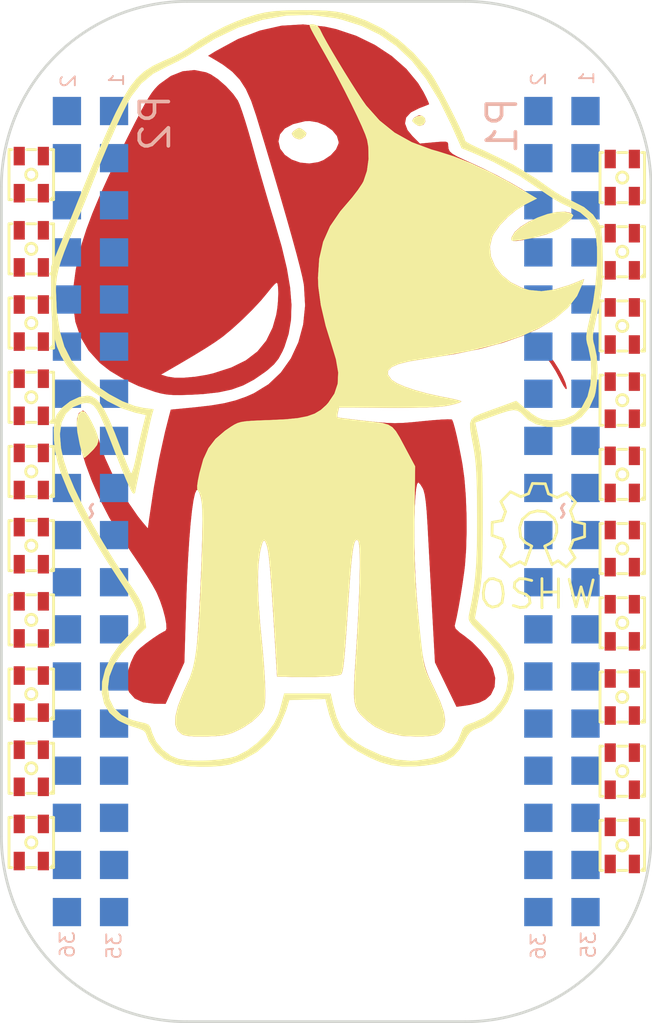
<source format=kicad_pcb>
(kicad_pcb (version 20170123) (host pcbnew "(2017-08-02 revision 9760937)-master")
  (title_block (title "PocketBeagle KiCAD") (date 2017-08-14) (comment 1 "Prototyped by: GHI Electronics, LLC") (comment 2 "Converted to KiCAD: QWERTY Embedded Design, LLC"))
  (layers (0 Top signal) (1 VDD signal) (2 DigitalGND signal) (31 Bottom signal) (34 B.Paste user) (35 F.Paste user) (36 B.SilkS user) (37 F.SilkS user) (38 B.Mask user) (39 F.Mask user) (44 Edge.Cuts user))
  (net 0 "")
  (net 1 GND)
  (net 2 USB_DC)
  (net 3 VDD_5V)
  (net 4 VDD_3V3B)
  (net 5 SYS_5V)
  (net 6 VIN.BAT)
  (net 7 "/(U1.P12)PWM1A")
  (net 8 "/(U1.T16)")
  (net 9 "/(U1.P5)GPIO-0.23")
  (net 10 "/(U1.R15)")
  (net 11 "/(U1.P15)UART4.RX")
  (net 12 "/(U1.T15)")
  (net 13 "/(U1.R16)UART4.TX")
  (net 14 "/(U1.N14)")
  (net 15 "/(U1.B11)I2C1.SCL")
  (net 16 "/(U1.R13)")
  (net 17 "/(U1.A11)I2C1.SDA")
  (net 18 "/(U1.T11)PWR.BTN")
  (net 19 /BAT.TEMP)
  (net 20 "/(U1.T7)")
  (net 21 "/(U1.P7)PRU-0.15")
  (net 22 "/(U1.T5)")
  (net 23 "/(U1.R7)")
  (net 24 "/(U1.T6)PRU-0.14")
  (net 25 "/(U1.P6)")
  (net 26 "/(U1.C13)SPI1.MOSI")
  (net 27 "/(U1.R11)RESET#")
  (net 28 "/(U1.C12)SPI1.MISO")
  (net 29 "/(U1.C3)PRU-0.6")
  (net 30 "/(U1.C5)SPI1.CLK")
  (net 31 "/(U1.B1)PRU-0.3")
  (net 32 "/(U1.A4)SPI1.CS")
  (net 33 "/(U1.B2)PRU-0.2")
  (net 34 "/(U1.R6)")
  (net 35 "/(U1.B3)PRU-0.5")
  (net 36 "/(U1.F3)AIN5~3.3V")
  (net 37 "/(U1.N13)AIN7~1.8V")
  (net 38 "/(U1.A1)PWM0A")
  (net 39 "/(U1.F1)")
  (net 40 "/(U1.R5)GPIO-0.26")
  (net 41 "/(U1.A2)PRU-0.1")
  (net 42 "/(U1.A12)UART0.RX")
  (net 43 "/(U1.A3)PRU-0.4")
  (net 44 "/(U1.B12)UART0.TX")
  (net 45 "/(U1.C4)PRU-0.7")
  (net 46 "/(U1.A10)I2C2.SCL")
  (net 47 "/(U1.C7)AIN4~1.8V")
  (net 48 "/(U1.B10)I2C2.SDA")
  (net 49 "/(U1.C6)AIN3~1.8V")
  (net 50 "/(U1.B6)AIN2~1.8V")
  (net 51 "/(U1.B8)AIN1~1.8V")
  (net 52 "/(U1.B4)PRU-0.16")
  (net 53 "/(U1.A8)AIN0~1.8V")
  (net 54 "/(U1.B7)VREF+")
  (net 55 "/(U1.B9)VREF-")
  (net 56 "/(U1.L14)USB1.ID")
  (net 57 "/(U1.B14)SPI0.MOSI")
  (net 58 "/(U1.L15)USB1.D+")
  (net 59 "/(U1.B13)SPI0.MISO")
  (net 60 "/(U1.L16)USB1.D-")
  (net 61 "/(U1.A13)SPI0.CLK")
  (net 62 "/(U1.A14)SPI0.CS")
  (net 63 "/(U1.M15)USB1.VBUS")
  (net 64 "/(U1.E1)")
  (net 65 "/(U1.M14)USB1.DRVVBUS")
  (net 66 "/(U1.F2)AIN6~3.3V")
  (module PocketBeagle.pretty:SK6805-2427 (layer Top) (at 171.821572 101.961918 270)
    (fp_text reference REF** hide)
    (fp_text value SK6805-2427 hide)
    (pad 3 smd rect (at -1 -0.65 270) (size 1 0.6) (layers Top F.Paste F.Mask))
    (pad 4 smd rect (at -1 0.65 270) (size 1 0.6) (layers Top F.Paste F.Mask))
    (pad 2 smd rect (at 1 -0.65 270) (size 1 0.6) (layers Top F.Paste F.Mask))
    (pad 1 smd rect (at 1 0.65 270) (size 1 0.6) (layers Top F.Paste F.Mask))
  )
  (module PocketBeagle.pretty:SK6805-2427 (layer Top) (at 171.821572 109.961918 270)
    (fp_text reference REF** hide)
    (fp_text value SK6805-2427 hide)
    (pad 3 smd rect (at -1 -0.65 270) (size 1 0.6) (layers Top F.Paste F.Mask))
    (pad 4 smd rect (at -1 0.65 270) (size 1 0.6) (layers Top F.Paste F.Mask))
    (pad 2 smd rect (at 1 -0.65 270) (size 1 0.6) (layers Top F.Paste F.Mask))
    (pad 1 smd rect (at 1 0.65 270) (size 1 0.6) (layers Top F.Paste F.Mask))
  )
  (module PocketBeagle.pretty:SK6805-2427 (layer Top) (at 171.821572 129.961918 270)
    (fp_text reference REF** hide)
    (fp_text value SK6805-2427 hide)
    (pad 1 smd rect (at 1 0.65 270) (size 1 0.6) (layers Top F.Paste F.Mask))
    (pad 2 smd rect (at 1 -0.65 270) (size 1 0.6) (layers Top F.Paste F.Mask))
    (pad 4 smd rect (at -1 0.65 270) (size 1 0.6) (layers Top F.Paste F.Mask))
    (pad 3 smd rect (at -1 -0.65 270) (size 1 0.6) (layers Top F.Paste F.Mask))
  )
  (module PocketBeagle.pretty:SK6805-2427 (layer Top) (at 171.821572 121.961918 270)
    (fp_text reference REF** hide)
    (fp_text value SK6805-2427 hide)
    (pad 1 smd rect (at 1 0.65 270) (size 1 0.6) (layers Top F.Paste F.Mask))
    (pad 2 smd rect (at 1 -0.65 270) (size 1 0.6) (layers Top F.Paste F.Mask))
    (pad 4 smd rect (at -1 0.65 270) (size 1 0.6) (layers Top F.Paste F.Mask))
    (pad 3 smd rect (at -1 -0.65 270) (size 1 0.6) (layers Top F.Paste F.Mask))
  )
  (module PocketBeagle.pretty:SK6805-2427 (layer Top) (at 171.821572 105.961918 270)
    (fp_text reference REF** hide)
    (fp_text value SK6805-2427 hide)
    (pad 1 smd rect (at 1 0.65 270) (size 1 0.6) (layers Top F.Paste F.Mask))
    (pad 2 smd rect (at 1 -0.65 270) (size 1 0.6) (layers Top F.Paste F.Mask))
    (pad 4 smd rect (at -1 0.65 270) (size 1 0.6) (layers Top F.Paste F.Mask))
    (pad 3 smd rect (at -1 -0.65 270) (size 1 0.6) (layers Top F.Paste F.Mask))
  )
  (module PocketBeagle.pretty:SK6805-2427 (layer Top) (at 171.821572 125.961918 270)
    (fp_text reference REF** hide)
    (fp_text value SK6805-2427 hide)
    (pad 3 smd rect (at -1 -0.65 270) (size 1 0.6) (layers Top F.Paste F.Mask))
    (pad 4 smd rect (at -1 0.65 270) (size 1 0.6) (layers Top F.Paste F.Mask))
    (pad 2 smd rect (at 1 -0.65 270) (size 1 0.6) (layers Top F.Paste F.Mask))
    (pad 1 smd rect (at 1 0.65 270) (size 1 0.6) (layers Top F.Paste F.Mask))
  )
  (module PocketBeagle.pretty:SK6805-2427 (layer Top) (at 171.821572 137.961918 270)
    (fp_text reference REF** hide)
    (fp_text value SK6805-2427 hide)
    (pad 1 smd rect (at 1 0.65 270) (size 1 0.6) (layers Top F.Paste F.Mask))
    (pad 2 smd rect (at 1 -0.65 270) (size 1 0.6) (layers Top F.Paste F.Mask))
    (pad 4 smd rect (at -1 0.65 270) (size 1 0.6) (layers Top F.Paste F.Mask))
    (pad 3 smd rect (at -1 -0.65 270) (size 1 0.6) (layers Top F.Paste F.Mask))
  )
  (module PocketBeagle.pretty:SK6805-2427 (layer Top) (at 171.821572 133.961918 270)
    (fp_text reference REF** hide)
    (fp_text value SK6805-2427 hide)
    (pad 3 smd rect (at -1 -0.65 270) (size 1 0.6) (layers Top F.Paste F.Mask))
    (pad 4 smd rect (at -1 0.65 270) (size 1 0.6) (layers Top F.Paste F.Mask))
    (pad 2 smd rect (at 1 -0.65 270) (size 1 0.6) (layers Top F.Paste F.Mask))
    (pad 1 smd rect (at 1 0.65 270) (size 1 0.6) (layers Top F.Paste F.Mask))
  )
  (module PocketBeagle.pretty:SK6805-2427 (layer Top) (at 171.821572 117.961918 270)
    (fp_text reference REF** hide)
    (fp_text value SK6805-2427 hide)
    (pad 3 smd rect (at -1 -0.65 270) (size 1 0.6) (layers Top F.Paste F.Mask))
    (pad 4 smd rect (at -1 0.65 270) (size 1 0.6) (layers Top F.Paste F.Mask))
    (pad 2 smd rect (at 1 -0.65 270) (size 1 0.6) (layers Top F.Paste F.Mask))
    (pad 1 smd rect (at 1 0.65 270) (size 1 0.6) (layers Top F.Paste F.Mask))
  )
  (module PocketBeagle.pretty:SK6805-2427 (layer Top) (at 171.821572 113.961918 270)
    (fp_text reference REF** hide)
    (fp_text value SK6805-2427 hide)
    (pad 1 smd rect (at 1 0.65 270) (size 1 0.6) (layers Top F.Paste F.Mask))
    (pad 2 smd rect (at 1 -0.65 270) (size 1 0.6) (layers Top F.Paste F.Mask))
    (pad 4 smd rect (at -1 0.65 270) (size 1 0.6) (layers Top F.Paste F.Mask))
    (pad 3 smd rect (at -1 -0.65 270) (size 1 0.6) (layers Top F.Paste F.Mask))
  )
  (module PocketBeagle.pretty:SK6805-2427 (layer Top) (at 139.980132 101.804438 270)
    (fp_text reference REF** hide)
    (fp_text value SK6805-2427 hide)
    (pad 1 smd rect (at 1 0.65 270) (size 1 0.6) (layers Top F.Paste F.Mask))
    (pad 2 smd rect (at 1 -0.65 270) (size 1 0.6) (layers Top F.Paste F.Mask))
    (pad 4 smd rect (at -1 0.65 270) (size 1 0.6) (layers Top F.Paste F.Mask))
    (pad 3 smd rect (at -1 -0.65 270) (size 1 0.6) (layers Top F.Paste F.Mask))
  )
  (module PocketBeagle.pretty:SK6805-2427 (layer Top) (at 139.980132 121.804438 270)
    (fp_text reference REF** hide)
    (fp_text value SK6805-2427 hide)
    (pad 3 smd rect (at -1 -0.65 270) (size 1 0.6) (layers Top F.Paste F.Mask))
    (pad 4 smd rect (at -1 0.65 270) (size 1 0.6) (layers Top F.Paste F.Mask))
    (pad 2 smd rect (at 1 -0.65 270) (size 1 0.6) (layers Top F.Paste F.Mask))
    (pad 1 smd rect (at 1 0.65 270) (size 1 0.6) (layers Top F.Paste F.Mask))
  )
  (module PocketBeagle.pretty:SK6805-2427 (layer Top) (at 139.980132 109.804438 270)
    (fp_text reference REF** hide)
    (fp_text value SK6805-2427 hide)
    (pad 1 smd rect (at 1 0.65 270) (size 1 0.6) (layers Top F.Paste F.Mask))
    (pad 2 smd rect (at 1 -0.65 270) (size 1 0.6) (layers Top F.Paste F.Mask))
    (pad 4 smd rect (at -1 0.65 270) (size 1 0.6) (layers Top F.Paste F.Mask))
    (pad 3 smd rect (at -1 -0.65 270) (size 1 0.6) (layers Top F.Paste F.Mask))
  )
  (module PocketBeagle.pretty:SK6805-2427 (layer Top) (at 139.980132 129.804438 270)
    (fp_text reference REF** hide)
    (fp_text value SK6805-2427 hide)
    (pad 3 smd rect (at -1 -0.65 270) (size 1 0.6) (layers Top F.Paste F.Mask))
    (pad 4 smd rect (at -1 0.65 270) (size 1 0.6) (layers Top F.Paste F.Mask))
    (pad 2 smd rect (at 1 -0.65 270) (size 1 0.6) (layers Top F.Paste F.Mask))
    (pad 1 smd rect (at 1 0.65 270) (size 1 0.6) (layers Top F.Paste F.Mask))
  )
  (module PocketBeagle.pretty:SK6805-2427 (layer Top) (at 139.980132 113.804438 270)
    (fp_text reference REF** hide)
    (fp_text value SK6805-2427 hide)
    (pad 3 smd rect (at -1 -0.65 270) (size 1 0.6) (layers Top F.Paste F.Mask))
    (pad 4 smd rect (at -1 0.65 270) (size 1 0.6) (layers Top F.Paste F.Mask))
    (pad 2 smd rect (at 1 -0.65 270) (size 1 0.6) (layers Top F.Paste F.Mask))
    (pad 1 smd rect (at 1 0.65 270) (size 1 0.6) (layers Top F.Paste F.Mask))
  )
  (module PocketBeagle.pretty:SK6805-2427 (layer Top) (at 139.980132 137.804438 270)
    (fp_text reference REF** hide)
    (fp_text value SK6805-2427 hide)
    (pad 3 smd rect (at -1 -0.65 270) (size 1 0.6) (layers Top F.Paste F.Mask))
    (pad 4 smd rect (at -1 0.65 270) (size 1 0.6) (layers Top F.Paste F.Mask))
    (pad 2 smd rect (at 1 -0.65 270) (size 1 0.6) (layers Top F.Paste F.Mask))
    (pad 1 smd rect (at 1 0.65 270) (size 1 0.6) (layers Top F.Paste F.Mask))
  )
  (module PocketBeagle.pretty:SK6805-2427 (layer Top) (at 139.980132 105.804438 270)
    (fp_text reference REF** hide)
    (fp_text value SK6805-2427 hide)
    (pad 3 smd rect (at -1 -0.65 270) (size 1 0.6) (layers Top F.Paste F.Mask))
    (pad 4 smd rect (at -1 0.65 270) (size 1 0.6) (layers Top F.Paste F.Mask))
    (pad 2 smd rect (at 1 -0.65 270) (size 1 0.6) (layers Top F.Paste F.Mask))
    (pad 1 smd rect (at 1 0.65 270) (size 1 0.6) (layers Top F.Paste F.Mask))
  )
  (module PocketBeagle.pretty:SK6805-2427 (layer Top) (at 139.980132 133.804438 270)
    (fp_text reference REF** hide)
    (fp_text value SK6805-2427 hide)
    (pad 1 smd rect (at 1 0.65 270) (size 1 0.6) (layers Top F.Paste F.Mask))
    (pad 2 smd rect (at 1 -0.65 270) (size 1 0.6) (layers Top F.Paste F.Mask))
    (pad 4 smd rect (at -1 0.65 270) (size 1 0.6) (layers Top F.Paste F.Mask))
    (pad 3 smd rect (at -1 -0.65 270) (size 1 0.6) (layers Top F.Paste F.Mask))
  )
  (module PocketBeagle.pretty:SK6805-2427 (layer Top) (at 139.980132 117.804438 270)
    (fp_text reference REF** hide)
    (fp_text value SK6805-2427 hide)
    (pad 1 smd rect (at 1 0.65 270) (size 1 0.6) (layers Top F.Paste F.Mask))
    (pad 2 smd rect (at 1 -0.65 270) (size 1 0.6) (layers Top F.Paste F.Mask))
    (pad 4 smd rect (at -1 0.65 270) (size 1 0.6) (layers Top F.Paste F.Mask))
    (pad 3 smd rect (at -1 -0.65 270) (size 1 0.6) (layers Top F.Paste F.Mask))
  )
  (module PocketBeagle.pretty:SK6805-2427 (layer Top) (at 139.980132 125.804438 270)
    (fp_text reference REF** hide)
    (fp_text value SK6805-2427 hide)
    (pad 1 smd rect (at 1 0.65 270) (size 1 0.6) (layers Top F.Paste F.Mask))
    (pad 2 smd rect (at 1 -0.65 270) (size 1 0.6) (layers Top F.Paste F.Mask))
    (pad 4 smd rect (at -1 0.65 270) (size 1 0.6) (layers Top F.Paste F.Mask))
    (pad 3 smd rect (at -1 -0.65 270) (size 1 0.6) (layers Top F.Paste F.Mask))
  )
  (module Symbols:Symbol_OSHW-Logo_SilkScreen (layer Top) (at 167.29202 120.9294)
    (fp_text reference LOGO2 hide)
    (fp_text value OPEN_HARDWARE_1 hide)
  )
  (module boris-board:boris (layer Top) (at 155.83408 113.31194)
    (fp_text reference LOGO1 hide)
    (fp_text value OPEN_HARDWARE_1 hide)
    (fp_poly (pts (xy -0.036085 -19.483214) (xy 0.572318 -19.348728) (xy 1.64917 -18.98988) (xy 2.656903 -18.499588) (xy 3.567076 -17.898317) (xy 4.351244 -17.206532) (xy 4.980965 -16.444695) (xy 5.269172 -15.969441) (xy 5.430085 -15.652194) (xy 5.538729 -15.414731) (xy 5.573787 -15.304001) (xy 5.572373 -15.301668) (xy 5.464942 -15.254664) (xy 5.229082 -15.162711) (xy 5.054429 -15.097159) (xy 4.599205 -14.866324) (xy 4.340085 -14.587151) (xy 4.278437 -14.265085) (xy 4.415629 -13.905569) (xy 4.675489 -13.588605) (xy 5.083779 -13.180315) (xy 5.843889 -13.249195) (xy 6.230195 -13.281357) (xy 6.456904 -13.284673) (xy 6.566669 -13.24996) (xy 6.602138 -13.168039) (xy 6.605555 -13.085237) (xy 6.621354 -12.906871) (xy 6.686891 -12.763549) (xy 6.833472 -12.630269) (xy 7.092401 -12.482028) (xy 7.494983 -12.293822) (xy 7.722049 -12.193506) (xy 8.472294 -11.84772) (xy 9.242283 -11.462916) (xy 9.973061 -11.07026) (xy 10.605673 -10.700923) (xy 10.894438 -10.516327) (xy 11.374876 -10.195296) (xy 10.753039 -9.898248) (xy 10.276909 -9.608398) (xy 9.798867 -9.211616) (xy 9.374765 -8.762772) (xy 9.060459 -8.316737) (xy 8.980247 -8.156664) (xy 8.853258 -7.625192) (xy 8.907776 -7.087459) (xy 9.124841 -6.570414) (xy 9.48549 -6.101004) (xy 9.970764 -5.706179) (xy 10.561701 -5.412885) (xy 10.998356 -5.288441) (xy 11.650266 -5.228734) (xy 12.354855 -5.317256) (xy 13.14573 -5.558896) (xy 13.315842 -5.625473) (xy 13.926307 -5.872051) (xy 13.858917 -5.653826) (xy 13.543464 -4.968402) (xy 13.039623 -4.326821) (xy 12.359822 -3.741917) (xy 11.516493 -3.226522) (xy 11.499169 -3.21759) (xy 10.583055 -2.804588) (xy 9.52911 -2.439051) (xy 8.321871 -2.116896) (xy 6.945878 -1.834036) (xy 5.385667 -1.586386) (xy 5.2595 -1.56894) (xy 4.493826 -1.442204) (xy 3.92611 -1.29713) (xy 3.55168 -1.130548) (xy 3.36586 -0.939291) (xy 3.363976 -0.720188) (xy 3.541355 -0.470073) (xy 3.5814 -0.431304) (xy 3.848023 -0.25905) (xy 4.278356 -0.07257) (xy 4.834669 0.115664) (xy 5.479231 0.293179) (xy 6.174315 0.447504) (xy 6.328129 0.476711) (xy 6.745285 0.55942) (xy 7.075201 0.636202) (xy 7.275156 0.696454) (xy 7.3152 0.721657) (xy 7.224373 0.77437) (xy 6.987116 0.849876) (xy 6.6802 0.925917) (xy 6.383338 0.975016) (xy 5.979551 1.011729) (xy 5.447631 1.036881) (xy 4.766367 1.0513) (xy 3.914553 1.055814) (xy 3.385933 1.054471) (xy 0.726667 1.042142) (xy 0.663188 1.295059) (xy 0.625906 1.494197) (xy 0.630055 1.575698) (xy 0.736228 1.596008) (xy 1.00868 1.63359) (xy 1.411662 1.683896) (xy 1.909428 1.742378) (xy 2.1844 1.773456) (xy 2.810379 1.839816) (xy 3.303227 1.879438) (xy 3.731214 1.892554) (xy 4.162612 1.879398) (xy 4.66569 1.840204) (xy 5.226637 1.783863) (xy 5.761113 1.73299) (xy 6.222581 1.699131) (xy 6.574072 1.684214) (xy 6.778617 1.690165) (xy 6.813856 1.701117) (xy 6.8768 1.84819) (xy 6.965799 2.161126) (xy 7.072833 2.605467) (xy 7.189883 3.146751) (xy 7.308931 3.750521) (xy 7.375562 4.1148) (xy 7.478288 4.868617) (xy 7.550253 5.763216) (xy 7.590424 6.738364) (xy 7.597769 7.733829) (xy 7.571254 8.689379) (xy 7.509847 9.544781) (xy 7.473998 9.85519) (xy 7.380149 10.519307) (xy 7.274737 11.187141) (xy 7.166229 11.810714) (xy 7.063091 12.342048) (xy 6.973792 12.733165) (xy 6.952319 12.811364) (xy 7.003183 12.966373) (xy 7.234085 13.181947) (xy 7.46247 13.343647) (xy 7.908796 13.69772) (xy 8.348522 14.145317) (xy 8.726817 14.623712) (xy 8.988854 15.070178) (xy 9.006167 15.109736) (xy 9.138005 15.622404) (xy 9.105612 16.106551) (xy 8.913038 16.513486) (xy 8.886675 16.546222) (xy 8.625016 16.784211) (xy 8.278667 16.952367) (xy 7.800082 17.070393) (xy 7.516365 17.114096) (xy 7.057131 17.175842) (xy 6.476982 15.979321) (xy 5.896832 14.7828) (xy 5.742681 11.938) (xy 5.69652 11.084702) (xy 5.648558 10.195593) (xy 5.601506 9.321096) (xy 5.558074 8.511633) (xy 5.520972 7.817629) (xy 5.499334 7.410855) (xy 5.454537 6.687495) (xy 5.405083 6.142699) (xy 5.34782 5.751835) (xy 5.279594 5.490272) (xy 5.24246 5.404255) (xy 5.110607 5.19006) (xy 5.003298 5.082847) (xy 4.990699 5.08) (xy 4.926637 5.177239) (xy 4.873975 5.452129) (xy 4.832964 5.879427) (xy 4.803853 6.433889) (xy 4.78689 7.090272) (xy 4.782326 7.823332) (xy 4.790411 8.607828) (xy 4.811394 9.418514) (xy 4.845524 10.230149) (xy 4.89305 11.017488) (xy 4.927606 11.461926) (xy 5.008176 12.396806) (xy 5.077819 13.15695) (xy 5.141997 13.770157) (xy 5.206173 14.264229) (xy 5.275811 14.666967) (xy 5.356374 15.006171) (xy 5.453324 15.309643) (xy 5.572125 15.605183) (xy 5.71824 15.920591) (xy 5.860736 16.210468) (xy 6.178223 16.901499) (xy 6.371122 17.455208) (xy 6.44257 17.892309) (xy 6.395706 18.233517) (xy 6.233668 18.499549) (xy 6.211076 18.522989) (xy 6.071675 18.633795) (xy 5.888652 18.705368) (xy 5.612435 18.748982) (xy 5.193451 18.775909) (xy 5.077912 18.780685) (xy 4.142277 18.748489) (xy 3.3399 18.571081) (xy 2.658284 18.244831) (xy 2.299116 17.973519) (xy 2.052709 17.753861) (xy 1.860369 17.56093) (xy 1.717201 17.367416) (xy 1.618315 17.146008) (xy 1.558817 16.869394) (xy 1.533816 16.510263) (xy 1.538419 16.041305) (xy 1.567734 15.435208) (xy 1.616867 14.664661) (xy 1.641208 14.300796) (xy 1.712484 13.162016) (xy 1.769209 12.09994) (xy 1.811057 11.131313) (xy 1.8377 10.272877) (xy 1.848812 9.541374) (xy 1.844064 8.953548) (xy 1.82313 8.526141) (xy 1.785683 8.275896) (xy 1.759979 8.221739) (xy 1.681179 8.174302) (xy 1.611569 8.210414) (xy 1.548861 8.34523) (xy 1.490763 8.593909) (xy 1.434987 8.971607) (xy 1.379241 9.493479) (xy 1.321236 10.174683) (xy 1.258682 11.030374) (xy 1.197935 11.941569) (xy 1.135417 12.88784) (xy 1.081605 13.650299) (xy 1.034429 14.248051) (xy 0.991818 14.700198) (xy 0.951699 15.025843) (xy 0.912004 15.24409) (xy 0.870659 15.374041) (xy 0.825594 15.4348) (xy 0.818768 15.438927) (xy 0.624866 15.487252) (xy 0.266137 15.526643) (xy -0.219169 15.555238) (xy -0.792805 15.571172) (xy -1.416518 15.572581) (xy -1.788377 15.565952) (xy -2.611553 15.5448) (xy -2.735295 13.4874) (xy -2.804966 12.34736) (xy -2.865963 11.392792) (xy -2.919752 10.60622) (xy -2.967798 9.970169) (xy -3.011567 9.467162) (xy -3.052523 9.079726) (xy -3.092132 8.790383) (xy -3.131859 8.581659) (xy -3.153731 8.496818) (xy -3.242652 8.259087) (xy -3.325 8.202121) (xy -3.407102 8.332198) (xy -3.495289 8.655593) (xy -3.54168 8.881544) (xy -3.624613 9.553606) (xy -3.649882 10.41228) (xy -3.61744 11.459874) (xy -3.527245 12.698693) (xy -3.4531 13.461458) (xy -3.387015 14.144167) (xy -3.330003 14.830556) (xy -3.28589 15.4666) (xy -3.258501 15.998273) (xy -3.2512 16.31337) (xy -3.25434 16.753269) (xy -3.27399 17.047221) (xy -3.325497 17.252478) (xy -3.424208 17.426289) (xy -3.585469 17.625905) (xy -3.611065 17.655845) (xy -3.954462 17.973835) (xy -4.410353 18.28165) (xy -4.648544 18.409854) (xy -4.979502 18.564007) (xy -5.261389 18.664186) (xy -5.55896 18.723877) (xy -5.936972 18.756569) (xy -6.39688 18.773978) (xy -7.007661 18.777729) (xy -7.435104 18.747702) (xy -7.696464 18.682566) (xy -7.718168 18.671967) (xy -7.970423 18.456258) (xy -8.093573 18.136614) (xy -8.086708 17.701982) (xy -7.948914 17.141308) (xy -7.679281 16.443542) (xy -7.502366 16.055843) (xy -7.296201 15.591616) (xy -7.153261 15.178778) (xy -7.051422 14.737255) (xy -6.96856 14.186974) (xy -6.954125 14.0716) (xy -6.909882 13.635485) (xy -6.864874 13.056891) (xy -6.820335 12.367012) (xy -6.777501 11.597042) (xy -6.737606 10.778177) (xy -6.701885 9.941611) (xy -6.671574 9.118538) (xy -6.647906 8.340153) (xy -6.632117 7.637651) (xy -6.625442 7.042226) (xy -6.629116 6.585073) (xy -6.644373 6.297387) (xy -6.645867 6.284716) (xy -6.715037 5.885611) (xy -6.802207 5.608026) (xy -6.895402 5.482633) (xy -6.953359 5.497091) (xy -7.038137 5.681821) (xy -7.12097 6.056431) (xy -7.200656 6.607601) (xy -7.275994 7.322011) (xy -7.345785 8.186343) (xy -7.408826 9.187278) (xy -7.463917 10.311494) (xy -7.509858 11.545675) (xy -7.515744 11.7348) (xy -7.608297 14.7828) (xy -8.11328 15.9004) (xy -8.618264 17.018) (xy -9.224905 17.00886) (xy -9.824926 16.935589) (xy -10.271726 16.733619) (xy -10.572466 16.39902) (xy -10.6545 16.224463) (xy -10.7272 15.994087) (xy -10.743644 15.779369) (xy -10.701284 15.506864) (xy -10.61822 15.178939) (xy -10.482915 14.779502) (xy -10.313366 14.414131) (xy -10.173391 14.19807) (xy -9.972236 14.004271) (xy -9.665501 13.757066) (xy -9.312014 13.498692) (xy -8.970604 13.271388) (xy -8.700101 13.117391) (xy -8.623533 13.08531) (xy -8.568162 12.9677) (xy -8.579275 12.704792) (xy -8.646602 12.339437) (xy -8.759872 11.914481) (xy -8.908814 11.472775) (xy -9.083157 11.057167) (xy -9.134996 10.951564) (xy -9.336703 10.589407) (xy -9.623273 10.118551) (xy -9.959786 9.594433) (xy -10.311317 9.072492) (xy -10.388741 8.961266) (xy -11.083199 7.926277) (xy -11.657344 6.966461) (xy -12.1437 6.023087) (xy -12.574789 5.037421) (xy -12.60947 4.95095) (xy -12.926064 4.094507) (xy -13.163952 3.319079) (xy -13.321217 2.640859) (xy -13.395943 2.07604) (xy -13.386214 1.640812) (xy -13.290114 1.351369) (xy -13.105727 1.223903) (xy -13.051077 1.2192) (xy -12.930862 1.309156) (xy -12.767503 1.552479) (xy -12.580855 1.909344) (xy -12.390771 2.33993) (xy -12.217106 2.804413) (xy -12.139319 3.048) (xy -11.878709 3.770399) (xy -11.512126 4.579368) (xy -11.072954 5.413593) (xy -10.594579 6.211758) (xy -10.110386 6.91255) (xy -9.87121 7.2136) (xy -9.571298 7.5692) (xy -9.502087 7.0612) (xy -9.246605 5.355904) (xy -8.964023 3.804979) (xy -8.645057 2.360379) (xy -8.431247 1.520542) (xy -8.335185 1.161485) (xy -7.037793 1.036405) (xy -6.174245 0.937783) (xy -5.462136 0.818144) (xy -4.849894 0.665192) (xy -4.285946 0.466634) (xy -3.8608 0.279036) (xy -3.076296 -0.202525) (xy -2.408384 -0.835497) (xy -1.866829 -1.598437) (xy -1.4614 -2.4699) (xy -1.201861 -3.428444) (xy -1.097979 -4.452626) (xy -1.15952 -5.521001) (xy -1.173818 -5.620654) (xy -1.244205 -5.97912) (xy -1.374014 -6.520884) (xy -1.560388 -7.235825) (xy -1.800468 -8.11382) (xy -2.091395 -9.144748) (xy -2.430311 -10.318487) (xy -2.814358 -11.624916) (xy -3.240677 -13.053913) (xy -3.314961 -13.299774) (xy -2.54 -13.299774) (xy -2.447472 -12.905434) (xy -2.19604 -12.572462) (xy -1.824931 -12.317126) (xy -1.373373 -12.155697) (xy -0.880595 -12.104444) (xy -0.385824 -12.179637) (xy -0.107157 -12.290766) (xy 0.283946 -12.552515) (xy 0.567499 -12.866133) (xy 0.704431 -13.185125) (xy 0.7112 -13.264707) (xy 0.617292 -13.590185) (xy 0.366073 -13.894899) (xy 0.003298 -14.150741) (xy -0.425276 -14.329602) (xy -0.873894 -14.403375) (xy -1.117665 -14.388175) (xy -1.748707 -14.233131) (xy -2.194459 -13.998459) (xy -2.457365 -13.682289) (xy -2.54 -13.299774) (xy -3.314961 -13.299774) (xy -3.70641 -14.595355) (xy -3.732505 -14.6812) (xy -4.002965 -15.480776) (xy -4.289083 -16.116704) (xy -4.618909 -16.628155) (xy -5.020492 -17.054305) (xy -5.521882 -17.434325) (xy -5.849036 -17.637095) (xy -6.321347 -17.913887) (xy -5.929274 -18.15609) (xy -4.723421 -18.811965) (xy -3.543259 -19.270399) (xy -2.376704 -19.533607) (xy -1.211674 -19.603807) (xy -0.036085 -19.483214)) (layer Top) (width 0.01))
    (fp_poly (pts (xy -6.437758 -17.020595) (xy -6.184231 -16.909487) (xy -5.79302 -16.649662) (xy -5.371549 -16.279996) (xy -4.989288 -15.867689) (xy -4.726961 -15.499845) (xy -4.628783 -15.27742) (xy -4.4918 -14.894891) (xy -4.327804 -14.388955) (xy -4.148584 -13.796307) (xy -3.965932 -13.153644) (xy -3.925269 -13.0048) (xy -3.704492 -12.20631) (xy -3.449093 -11.308311) (xy -3.181935 -10.389628) (xy -2.92588 -9.529088) (xy -2.753441 -8.964616) (xy -2.368419 -7.636586) (xy -2.088275 -6.46239) (xy -1.911812 -5.422545) (xy -1.837833 -4.497567) (xy -1.865145 -3.667973) (xy -1.992549 -2.914279) (xy -2.218851 -2.217004) (xy -2.324452 -1.975716) (xy -2.532865 -1.590305) (xy -2.780855 -1.279473) (xy -3.129988 -0.970523) (xy -3.262149 -0.868476) (xy -3.856501 -0.458547) (xy -4.440772 -0.149072) (xy -5.060314 0.07402) (xy -5.760482 0.224801) (xy -6.586631 0.31734) (xy -7.196993 0.352271) (xy -7.777275 0.371299) (xy -8.212502 0.369008) (xy -8.560116 0.340962) (xy -8.877561 0.282723) (xy -9.1948 0.197942) (xy -10.058737 -0.106308) (xy -10.885306 -0.493175) (xy -11.272861 -0.725798) (xy -8.873115 -0.725798) (xy -8.525958 -0.619531) (xy -8.142737 -0.559465) (xy -7.622929 -0.55778) (xy -7.023318 -0.610425) (xy -6.400686 -0.713348) (xy -6.042947 -0.796693) (xy -5.078377 -1.107954) (xy -4.291999 -1.495741) (xy -3.668625 -1.974164) (xy -3.193072 -2.557333) (xy -2.850152 -3.259359) (xy -2.654834 -3.944952) (xy -2.594745 -4.311274) (xy -2.557196 -4.713676) (xy -2.542916 -5.102105) (xy -2.552634 -5.426508) (xy -2.587081 -5.636832) (xy -2.629394 -5.6896) (xy -2.731899 -5.614313) (xy -2.912806 -5.417426) (xy -3.121615 -5.1562) (xy -3.485474 -4.718841) (xy -3.959764 -4.212044) (xy -4.49176 -3.687492) (xy -5.028734 -3.196868) (xy -5.517961 -2.791852) (xy -5.588 -2.738659) (xy -5.956749 -2.478344) (xy -6.440775 -2.164335) (xy -7.057818 -1.785658) (xy -7.825619 -1.331342) (xy -8.424358 -0.984274) (xy -8.873115 -0.725798) (xy -11.272861 -0.725798) (xy -11.617945 -0.932928) (xy -12.165895 -1.363737) (xy -12.763778 -2.024281) (xy -13.199216 -2.756211) (xy -13.47617 -3.574826) (xy -13.598599 -4.49543) (xy -13.570461 -5.533323) (xy -13.459147 -6.362092) (xy -13.316768 -7.069152) (xy -13.125841 -7.798592) (xy -12.877636 -8.572771) (xy -12.563419 -9.414048) (xy -12.17446 -10.344783) (xy -11.702027 -11.387335) (xy -11.137388 -12.564065) (xy -10.669558 -13.505542) (xy -10.289889 -14.256348) (xy -9.983737 -14.848789) (xy -9.736319 -15.307509) (xy -9.532849 -15.657154) (xy -9.358543 -15.922368) (xy -9.198617 -16.127798) (xy -9.038287 -16.298089) (xy -8.938524 -16.391153) (xy -8.334528 -16.82449) (xy -7.700419 -17.076851) (xy -7.060171 -17.143723) (xy -6.437758 -17.020595)) (layer Top) (width 0.01))
    (fp_poly (pts (xy 11.877798 -1.946177) (xy 12.090372 -1.718654) (xy 12.328562 -1.394349) (xy 12.564977 -1.018182) (xy 12.772228 -0.635073) (xy 12.922926 -0.28994) (xy 12.989681 -0.027704) (xy 12.986032 0.047199) (xy 12.932052 0.032136) (xy 12.818013 -0.134512) (xy 12.666389 -0.418648) (xy 12.631688 -0.490446) (xy 12.409449 -0.906563) (xy 12.150663 -1.317091) (xy 11.937971 -1.6002) (xy 11.730984 -1.867332) (xy 11.676911 -2.008785) (xy 11.718229 -2.032) (xy 11.877798 -1.946177)) (layer Top) (width 0.01))
    (fp_poly (pts (xy 13.147499 -9.453054) (xy 13.442598 -9.340292) (xy 13.147499 -9.029472) (xy 12.629338 -8.621857) (xy 11.93387 -8.300492) (xy 11.148878 -8.085317) (xy 10.644815 -7.986084) (xy 10.309081 -7.936153) (xy 10.112595 -7.936664) (xy 10.026277 -7.988757) (xy 10.021046 -8.093572) (xy 10.029276 -8.129205) (xy 10.195053 -8.413055) (xy 10.51801 -8.699477) (xy 10.953278 -8.969423) (xy 11.455992 -9.203843) (xy 11.981283 -9.38369) (xy 12.484285 -9.489915) (xy 12.92013 -9.50347) (xy 13.147499 -9.453054)) (layer Top) (width 0.01))
    (fp_poly (pts (xy 5.17027 -14.684796) (xy 5.338686 -14.55503) (xy 5.376973 -14.368662) (xy 5.275997 -14.210676) (xy 5.22409 -14.184071) (xy 5.080296 -14.133518) (xy 4.983808 -14.15209) (xy 4.829082 -14.261865) (xy 4.820018 -14.268591) (xy 4.685902 -14.392704) (xy 4.715097 -14.50318) (xy 4.78927 -14.583833) (xy 5.027612 -14.702104) (xy 5.17027 -14.684796)) (layer Top) (width 0.01))
    (fp_poly (pts (xy -1.300114 -13.967272) (xy -1.166254 -13.879395) (xy -1.036739 -13.748891) (xy -1.074028 -13.618587) (xy -1.108476 -13.574595) (xy -1.301432 -13.438474) (xy -1.4224 -13.4112) (xy -1.631781 -13.484492) (xy -1.736325 -13.574595) (xy -1.813741 -13.71893) (xy -1.728602 -13.841051) (xy -1.678547 -13.879395) (xy -1.503558 -13.989977) (xy -1.4224 -14.0208) (xy -1.300114 -13.967272)) (layer Top) (width 0.01))
  )
  (module boris-board:SMT-HEADER-HACK (layer Bottom) (at 143.169432 119.965178 270)
    (fp_text reference P2 (at -20.94484 -3.4798 90) (layer B.SilkS) (effects (font (size 1.56845 1.56845) (thickness 0.19812)) (justify mirror)))
    (fp_text value ~ (at 0 0 270) (layer B.SilkS) (effects (justify mirror)))
    (pad 1 smd rect (at -21.59 -1.27 270) (size 1.524 1.524) (layers Bottom B.Paste B.Mask) (net 7 "/(U1.P12)PWM1A"))
    (pad 2 smd rect (at -21.59 1.27 270) (size 1.524 1.524) (layers Bottom B.Paste B.Mask) (net 8 "/(U1.T16)"))
    (pad 3 smd rect (at -19.05 -1.27 270) (size 1.524 1.524) (layers Bottom B.Paste B.Mask) (net 9 "/(U1.P5)GPIO-0.23"))
    (pad 4 smd rect (at -19.05 1.27 270) (size 1.524 1.524) (layers Bottom B.Paste B.Mask) (net 10 "/(U1.R15)"))
    (pad 5 smd rect (at -16.51 -1.27 270) (size 1.524 1.524) (layers Bottom B.Paste B.Mask) (net 11 "/(U1.P15)UART4.RX"))
    (pad 6 smd rect (at -16.51 1.27 270) (size 1.524 1.524) (layers Bottom B.Paste B.Mask) (net 12 "/(U1.T15)"))
    (pad 7 smd rect (at -13.97 -1.27 270) (size 1.524 1.524) (layers Bottom B.Paste B.Mask) (net 13 "/(U1.R16)UART4.TX"))
    (pad 8 smd rect (at -13.97 1.27 270) (size 1.524 1.524) (layers Bottom B.Paste B.Mask) (net 14 "/(U1.N14)"))
    (pad 9 smd rect (at -11.43 -1.27 270) (size 1.524 1.524) (layers Bottom B.Paste B.Mask) (net 15 "/(U1.B11)I2C1.SCL"))
    (pad 10 smd rect (at -11.43 1.27 270) (size 1.524 1.524) (layers Bottom B.Paste B.Mask) (net 16 "/(U1.R13)"))
    (pad 11 smd rect (at -8.89 -1.27 270) (size 1.524 1.524) (layers Bottom B.Paste B.Mask) (net 17 "/(U1.A11)I2C1.SDA"))
    (pad 12 smd rect (at -8.89 1.27 270) (size 1.524 1.524) (layers Bottom B.Paste B.Mask) (net 18 "/(U1.T11)PWR.BTN"))
    (pad 13 smd rect (at -6.35 -1.27 270) (size 1.524 1.524) (layers Bottom B.Paste B.Mask) (net 5 SYS_5V))
    (pad 14 smd rect (at -6.35 1.27 270) (size 1.524 1.524) (layers Bottom B.Paste B.Mask) (net 6 VIN.BAT))
    (pad 15 smd rect (at -3.81 -1.27 270) (size 1.524 1.524) (layers Bottom B.Paste B.Mask) (net 1 GND))
    (pad 16 smd rect (at -3.81 1.27 270) (size 1.524 1.524) (layers Bottom B.Paste B.Mask) (net 19 /BAT.TEMP))
    (pad 17 smd rect (at -1.27 -1.27 270) (size 1.524 1.524) (layers Bottom B.Paste B.Mask) (net 20 "/(U1.T7)"))
    (pad 18 smd rect (at -1.27 1.27 270) (size 1.524 1.524) (layers Bottom B.Paste B.Mask) (net 21 "/(U1.P7)PRU-0.15"))
    (pad 19 smd rect (at 1.27 -1.27 270) (size 1.524 1.524) (layers Bottom B.Paste B.Mask) (net 22 "/(U1.T5)"))
    (pad 20 smd rect (at 1.27 1.27 270) (size 1.524 1.524) (layers Bottom B.Paste B.Mask) (net 23 "/(U1.R7)"))
    (pad 21 smd rect (at 3.81 -1.27 270) (size 1.524 1.524) (layers Bottom B.Paste B.Mask) (net 1 GND))
    (pad 22 smd rect (at 3.81 1.27 270) (size 1.524 1.524) (layers Bottom B.Paste B.Mask) (net 24 "/(U1.T6)PRU-0.14"))
    (pad 23 smd rect (at 6.35 -1.27 270) (size 1.524 1.524) (layers Bottom B.Paste B.Mask) (net 4 VDD_3V3B))
    (pad 24 smd rect (at 6.35 1.27 270) (size 1.524 1.524) (layers Bottom B.Paste B.Mask) (net 25 "/(U1.P6)"))
    (pad 25 smd rect (at 8.89 -1.27 270) (size 1.524 1.524) (layers Bottom B.Paste B.Mask) (net 26 "/(U1.C13)SPI1.MOSI"))
    (pad 26 smd rect (at 8.89 1.27 270) (size 1.524 1.524) (layers Bottom B.Paste B.Mask) (net 27 "/(U1.R11)RESET#"))
    (pad 27 smd rect (at 11.43 -1.27 270) (size 1.524 1.524) (layers Bottom B.Paste B.Mask) (net 28 "/(U1.C12)SPI1.MISO"))
    (pad 28 smd rect (at 11.43 1.27 270) (size 1.524 1.524) (layers Bottom B.Paste B.Mask) (net 29 "/(U1.C3)PRU-0.6"))
    (pad 29 smd rect (at 13.97 -1.27 270) (size 1.524 1.524) (layers Bottom B.Paste B.Mask) (net 30 "/(U1.C5)SPI1.CLK"))
    (pad 30 smd rect (at 13.97 1.27 270) (size 1.524 1.524) (layers Bottom B.Paste B.Mask) (net 31 "/(U1.B1)PRU-0.3"))
    (pad 31 smd rect (at 16.51 -1.27 270) (size 1.524 1.524) (layers Bottom B.Paste B.Mask) (net 32 "/(U1.A4)SPI1.CS"))
    (pad 32 smd rect (at 16.51 1.27 270) (size 1.524 1.524) (layers Bottom B.Paste B.Mask) (net 33 "/(U1.B2)PRU-0.2"))
    (pad 33 smd rect (at 19.05 -1.27 270) (size 1.524 1.524) (layers Bottom B.Paste B.Mask) (net 34 "/(U1.R6)"))
    (pad 34 smd rect (at 19.05 1.27 270) (size 1.524 1.524) (layers Bottom B.Paste B.Mask) (net 35 "/(U1.B3)PRU-0.5"))
    (pad 35 smd rect (at 21.59 -1.27 270) (size 1.524 1.524) (layers Bottom B.Paste B.Mask) (net 36 "/(U1.F3)AIN5~3.3V"))
    (pad 36 smd rect (at 21.59 1.27 270) (size 1.524 1.524) (layers Bottom B.Paste B.Mask) (net 37 "/(U1.N13)AIN7~1.8V"))
  )
  (module boris-board:SMT-HEADER-HACK (layer Bottom) (at 168.569432 119.965178 270)
    (fp_text reference P1 (at -20.80514 3.22072 90) (layer B.SilkS) (effects (font (size 1.56845 1.56845) (thickness 0.19812)) (justify mirror)))
    (fp_text value ~ (at 0 0 270) (layer B.SilkS) (effects (justify mirror)))
    (pad 36 smd rect (at 21.59 1.27 270) (size 1.524 1.524) (layers Bottom B.Paste B.Mask) (net 38 "/(U1.A1)PWM0A"))
    (pad 35 smd rect (at 21.59 -1.27 270) (size 1.524 1.524) (layers Bottom B.Paste B.Mask) (net 39 "/(U1.F1)"))
    (pad 34 smd rect (at 19.05 1.27 270) (size 1.524 1.524) (layers Bottom B.Paste B.Mask) (net 40 "/(U1.R5)GPIO-0.26"))
    (pad 33 smd rect (at 19.05 -1.27 270) (size 1.524 1.524) (layers Bottom B.Paste B.Mask) (net 41 "/(U1.A2)PRU-0.1"))
    (pad 32 smd rect (at 16.51 1.27 270) (size 1.524 1.524) (layers Bottom B.Paste B.Mask) (net 42 "/(U1.A12)UART0.RX"))
    (pad 31 smd rect (at 16.51 -1.27 270) (size 1.524 1.524) (layers Bottom B.Paste B.Mask) (net 43 "/(U1.A3)PRU-0.4"))
    (pad 30 smd rect (at 13.97 1.27 270) (size 1.524 1.524) (layers Bottom B.Paste B.Mask) (net 44 "/(U1.B12)UART0.TX"))
    (pad 29 smd rect (at 13.97 -1.27 270) (size 1.524 1.524) (layers Bottom B.Paste B.Mask) (net 45 "/(U1.C4)PRU-0.7"))
    (pad 28 smd rect (at 11.43 1.27 270) (size 1.524 1.524) (layers Bottom B.Paste B.Mask) (net 46 "/(U1.A10)I2C2.SCL"))
    (pad 27 smd rect (at 11.43 -1.27 270) (size 1.524 1.524) (layers Bottom B.Paste B.Mask) (net 47 "/(U1.C7)AIN4~1.8V"))
    (pad 26 smd rect (at 8.89 1.27 270) (size 1.524 1.524) (layers Bottom B.Paste B.Mask) (net 48 "/(U1.B10)I2C2.SDA"))
    (pad 25 smd rect (at 8.89 -1.27 270) (size 1.524 1.524) (layers Bottom B.Paste B.Mask) (net 49 "/(U1.C6)AIN3~1.8V"))
    (pad 24 smd rect (at 6.35 1.27 270) (size 1.524 1.524) (layers Bottom B.Paste B.Mask) (net 5 SYS_5V))
    (pad 23 smd rect (at 6.35 -1.27 270) (size 1.524 1.524) (layers Bottom B.Paste B.Mask) (net 50 "/(U1.B6)AIN2~1.8V"))
    (pad 22 smd rect (at 3.81 1.27 270) (size 1.524 1.524) (layers Bottom B.Paste B.Mask) (net 1 GND))
    (pad 21 smd rect (at 3.81 -1.27 270) (size 1.524 1.524) (layers Bottom B.Paste B.Mask) (net 51 "/(U1.B8)AIN1~1.8V"))
    (pad 20 smd rect (at 1.27 1.27 270) (size 1.524 1.524) (layers Bottom B.Paste B.Mask) (net 52 "/(U1.B4)PRU-0.16"))
    (pad 19 smd rect (at 1.27 -1.27 270) (size 1.524 1.524) (layers Bottom B.Paste B.Mask) (net 53 "/(U1.A8)AIN0~1.8V"))
    (pad 18 smd rect (at -1.27 1.27 270) (size 1.524 1.524) (layers Bottom B.Paste B.Mask) (net 54 "/(U1.B7)VREF+"))
    (pad 17 smd rect (at -1.27 -1.27 270) (size 1.524 1.524) (layers Bottom B.Paste B.Mask) (net 55 "/(U1.B9)VREF-"))
    (pad 16 smd rect (at -3.81 1.27 270) (size 1.524 1.524) (layers Bottom B.Paste B.Mask) (net 1 GND))
    (pad 15 smd rect (at -3.81 -1.27 270) (size 1.524 1.524) (layers Bottom B.Paste B.Mask) (net 1 GND))
    (pad 14 smd rect (at -6.35 1.27 270) (size 1.524 1.524) (layers Bottom B.Paste B.Mask) (net 4 VDD_3V3B))
    (pad 13 smd rect (at -6.35 -1.27 270) (size 1.524 1.524) (layers Bottom B.Paste B.Mask) (net 56 "/(U1.L14)USB1.ID"))
    (pad 12 smd rect (at -8.89 1.27 270) (size 1.524 1.524) (layers Bottom B.Paste B.Mask) (net 57 "/(U1.B14)SPI0.MOSI"))
    (pad 11 smd rect (at -8.89 -1.27 270) (size 1.524 1.524) (layers Bottom B.Paste B.Mask) (net 58 "/(U1.L15)USB1.D+"))
    (pad 10 smd rect (at -11.43 1.27 270) (size 1.524 1.524) (layers Bottom B.Paste B.Mask) (net 59 "/(U1.B13)SPI0.MISO"))
    (pad 9 smd rect (at -11.43 -1.27 270) (size 1.524 1.524) (layers Bottom B.Paste B.Mask) (net 60 "/(U1.L16)USB1.D-"))
    (pad 8 smd rect (at -13.97 1.27 270) (size 1.524 1.524) (layers Bottom B.Paste B.Mask) (net 61 "/(U1.A13)SPI0.CLK"))
    (pad 7 smd rect (at -13.97 -1.27 270) (size 1.524 1.524) (layers Bottom B.Paste B.Mask) (net 2 USB_DC))
    (pad 6 smd rect (at -16.51 1.27 270) (size 1.524 1.524) (layers Bottom B.Paste B.Mask) (net 62 "/(U1.A14)SPI0.CS"))
    (pad 5 smd rect (at -16.51 -1.27 270) (size 1.524 1.524) (layers Bottom B.Paste B.Mask) (net 63 "/(U1.M15)USB1.VBUS"))
    (pad 4 smd rect (at -19.05 1.27 270) (size 1.524 1.524) (layers Bottom B.Paste B.Mask) (net 64 "/(U1.E1)"))
    (pad 3 smd rect (at -19.05 -1.27 270) (size 1.524 1.524) (layers Bottom B.Paste B.Mask) (net 65 "/(U1.M14)USB1.DRVVBUS"))
    (pad 2 smd rect (at -21.59 1.27 270) (size 1.524 1.524) (layers Bottom B.Paste B.Mask) (net 66 "/(U1.F2)AIN6~3.3V"))
    (pad 1 smd rect (at -21.59 -1.27 270) (size 1.524 1.524) (layers Bottom B.Paste B.Mask) (net 3 VDD_5V))
  )
  (gr_text 35 (at 169.999452 142.525458 90) (layer B.SilkS) (effects (font (size 0.77216 0.77216) (thickness 0.097536)) (justify left mirror)))
  (gr_text 2 (at 166.854932 96.665758 90) (layer B.SilkS) (effects (font (size 0.77216 0.77216) (thickness 0.097536)) (justify top mirror)))
  (gr_text 1 (at 169.458432 96.604798 90) (layer B.SilkS) (effects (font (size 0.77216 0.77216) (thickness 0.097536)) (justify top mirror)))
  (gr_text 1 (at 144.124472 96.706398 90) (layer B.SilkS) (effects (font (size 0.77216 0.77216) (thickness 0.097536)) (justify top mirror)))
  (gr_line (start 173.369432 102.465178) (end 173.369432 137.465178) (layer Edge.Cuts) (width 0.15))
  (gr_line (start 138.369432 137.465178) (end 138.369432 102.465178) (layer Edge.Cuts) (width 0.15))
  (gr_arc (start 148.369432 102.465178) (end 138.369432 102.465178) (angle 90) (layer Edge.Cuts) (width 0.15))
  (gr_line (start 148.369432 92.465178) (end 163.369432 92.465178) (layer Edge.Cuts) (width 0.15))
  (gr_arc (start 163.369432 102.465178) (end 163.369432 92.465178) (angle 90) (layer Edge.Cuts) (width 0.15))
  (gr_arc (start 163.369432 137.465178) (end 173.369432 137.465178) (angle 90) (layer Edge.Cuts) (width 0.15))
  (gr_line (start 163.369432 147.465178) (end 148.369432 147.465178) (layer Edge.Cuts) (width 0.15))
  (gr_arc (start 148.369432 137.465178) (end 148.369432 147.465178) (angle 90) (layer Edge.Cuts) (width 0.15))
  (gr_text 2 (at 141.520972 96.767358 90) (layer B.SilkS) (effects (font (size 0.77216 0.77216) (thickness 0.097536)) (justify top mirror)))
  (gr_text 36 (at 141.924832 142.507678 90) (layer B.SilkS) (effects (font (size 0.77216 0.77216) (thickness 0.097536)) (justify left mirror)))
  (gr_text 35 (at 144.439432 142.583878 90) (layer B.SilkS) (effects (font (size 0.77216 0.77216) (thickness 0.097536)) (justify left mirror)))
  (gr_text 36 (at 167.299432 142.609278 90) (layer B.SilkS) (effects (font (size 0.77216 0.77216) (thickness 0.097536)) (justify left mirror)))
)
</source>
